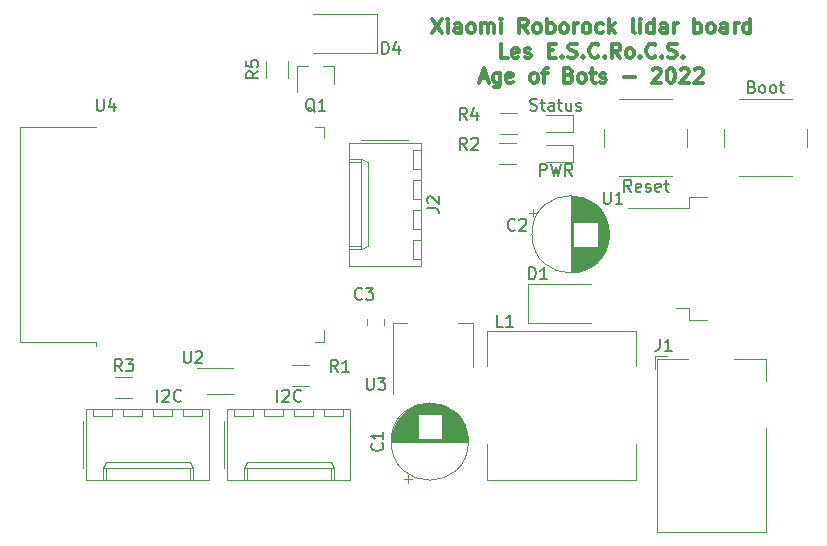
<source format=gbr>
%TF.GenerationSoftware,KiCad,Pcbnew,5.1.9+dfsg1-1*%
%TF.CreationDate,2021-11-11T20:26:25+01:00*%
%TF.ProjectId,lidar_board,6c696461-725f-4626-9f61-72642e6b6963,rev?*%
%TF.SameCoordinates,Original*%
%TF.FileFunction,Legend,Top*%
%TF.FilePolarity,Positive*%
%FSLAX46Y46*%
G04 Gerber Fmt 4.6, Leading zero omitted, Abs format (unit mm)*
G04 Created by KiCad (PCBNEW 5.1.9+dfsg1-1) date 2021-11-11 20:26:25*
%MOMM*%
%LPD*%
G01*
G04 APERTURE LIST*
%ADD10C,0.300000*%
%ADD11C,0.120000*%
%ADD12C,0.150000*%
G04 APERTURE END LIST*
D10*
X167590095Y-76490857D02*
X168423428Y-77690857D01*
X168423428Y-76490857D02*
X167590095Y-77690857D01*
X168899619Y-77690857D02*
X168899619Y-76890857D01*
X168899619Y-76490857D02*
X168840095Y-76548000D01*
X168899619Y-76605142D01*
X168959142Y-76548000D01*
X168899619Y-76490857D01*
X168899619Y-76605142D01*
X170030571Y-77690857D02*
X170030571Y-77062285D01*
X169971047Y-76948000D01*
X169851999Y-76890857D01*
X169613904Y-76890857D01*
X169494857Y-76948000D01*
X170030571Y-77633714D02*
X169911523Y-77690857D01*
X169613904Y-77690857D01*
X169494857Y-77633714D01*
X169435333Y-77519428D01*
X169435333Y-77405142D01*
X169494857Y-77290857D01*
X169613904Y-77233714D01*
X169911523Y-77233714D01*
X170030571Y-77176571D01*
X170804380Y-77690857D02*
X170685333Y-77633714D01*
X170625809Y-77576571D01*
X170566285Y-77462285D01*
X170566285Y-77119428D01*
X170625809Y-77005142D01*
X170685333Y-76948000D01*
X170804380Y-76890857D01*
X170982952Y-76890857D01*
X171101999Y-76948000D01*
X171161523Y-77005142D01*
X171221047Y-77119428D01*
X171221047Y-77462285D01*
X171161523Y-77576571D01*
X171101999Y-77633714D01*
X170982952Y-77690857D01*
X170804380Y-77690857D01*
X171756761Y-77690857D02*
X171756761Y-76890857D01*
X171756761Y-77005142D02*
X171816285Y-76948000D01*
X171935333Y-76890857D01*
X172113904Y-76890857D01*
X172232952Y-76948000D01*
X172292476Y-77062285D01*
X172292476Y-77690857D01*
X172292476Y-77062285D02*
X172351999Y-76948000D01*
X172471047Y-76890857D01*
X172649619Y-76890857D01*
X172768666Y-76948000D01*
X172828190Y-77062285D01*
X172828190Y-77690857D01*
X173423428Y-77690857D02*
X173423428Y-76890857D01*
X173423428Y-76490857D02*
X173363904Y-76548000D01*
X173423428Y-76605142D01*
X173482952Y-76548000D01*
X173423428Y-76490857D01*
X173423428Y-76605142D01*
X175685333Y-77690857D02*
X175268666Y-77119428D01*
X174971047Y-77690857D02*
X174971047Y-76490857D01*
X175447238Y-76490857D01*
X175566285Y-76548000D01*
X175625809Y-76605142D01*
X175685333Y-76719428D01*
X175685333Y-76890857D01*
X175625809Y-77005142D01*
X175566285Y-77062285D01*
X175447238Y-77119428D01*
X174971047Y-77119428D01*
X176399619Y-77690857D02*
X176280571Y-77633714D01*
X176221047Y-77576571D01*
X176161523Y-77462285D01*
X176161523Y-77119428D01*
X176221047Y-77005142D01*
X176280571Y-76948000D01*
X176399619Y-76890857D01*
X176578190Y-76890857D01*
X176697238Y-76948000D01*
X176756761Y-77005142D01*
X176816285Y-77119428D01*
X176816285Y-77462285D01*
X176756761Y-77576571D01*
X176697238Y-77633714D01*
X176578190Y-77690857D01*
X176399619Y-77690857D01*
X177351999Y-77690857D02*
X177351999Y-76490857D01*
X177351999Y-76948000D02*
X177471047Y-76890857D01*
X177709142Y-76890857D01*
X177828190Y-76948000D01*
X177887714Y-77005142D01*
X177947238Y-77119428D01*
X177947238Y-77462285D01*
X177887714Y-77576571D01*
X177828190Y-77633714D01*
X177709142Y-77690857D01*
X177471047Y-77690857D01*
X177351999Y-77633714D01*
X178661523Y-77690857D02*
X178542476Y-77633714D01*
X178482952Y-77576571D01*
X178423428Y-77462285D01*
X178423428Y-77119428D01*
X178482952Y-77005142D01*
X178542476Y-76948000D01*
X178661523Y-76890857D01*
X178840095Y-76890857D01*
X178959142Y-76948000D01*
X179018666Y-77005142D01*
X179078190Y-77119428D01*
X179078190Y-77462285D01*
X179018666Y-77576571D01*
X178959142Y-77633714D01*
X178840095Y-77690857D01*
X178661523Y-77690857D01*
X179613904Y-77690857D02*
X179613904Y-76890857D01*
X179613904Y-77119428D02*
X179673428Y-77005142D01*
X179732952Y-76948000D01*
X179851999Y-76890857D01*
X179971047Y-76890857D01*
X180566285Y-77690857D02*
X180447238Y-77633714D01*
X180387714Y-77576571D01*
X180328190Y-77462285D01*
X180328190Y-77119428D01*
X180387714Y-77005142D01*
X180447238Y-76948000D01*
X180566285Y-76890857D01*
X180744857Y-76890857D01*
X180863904Y-76948000D01*
X180923428Y-77005142D01*
X180982952Y-77119428D01*
X180982952Y-77462285D01*
X180923428Y-77576571D01*
X180863904Y-77633714D01*
X180744857Y-77690857D01*
X180566285Y-77690857D01*
X182054380Y-77633714D02*
X181935333Y-77690857D01*
X181697238Y-77690857D01*
X181578190Y-77633714D01*
X181518666Y-77576571D01*
X181459142Y-77462285D01*
X181459142Y-77119428D01*
X181518666Y-77005142D01*
X181578190Y-76948000D01*
X181697238Y-76890857D01*
X181935333Y-76890857D01*
X182054380Y-76948000D01*
X182590095Y-77690857D02*
X182590095Y-76490857D01*
X182709142Y-77233714D02*
X183066285Y-77690857D01*
X183066285Y-76890857D02*
X182590095Y-77348000D01*
X184732952Y-77690857D02*
X184613904Y-77633714D01*
X184554380Y-77519428D01*
X184554380Y-76490857D01*
X185209142Y-77690857D02*
X185209142Y-76890857D01*
X185209142Y-76490857D02*
X185149619Y-76548000D01*
X185209142Y-76605142D01*
X185268666Y-76548000D01*
X185209142Y-76490857D01*
X185209142Y-76605142D01*
X186340095Y-77690857D02*
X186340095Y-76490857D01*
X186340095Y-77633714D02*
X186221047Y-77690857D01*
X185982952Y-77690857D01*
X185863904Y-77633714D01*
X185804380Y-77576571D01*
X185744857Y-77462285D01*
X185744857Y-77119428D01*
X185804380Y-77005142D01*
X185863904Y-76948000D01*
X185982952Y-76890857D01*
X186221047Y-76890857D01*
X186340095Y-76948000D01*
X187471047Y-77690857D02*
X187471047Y-77062285D01*
X187411523Y-76948000D01*
X187292476Y-76890857D01*
X187054380Y-76890857D01*
X186935333Y-76948000D01*
X187471047Y-77633714D02*
X187351999Y-77690857D01*
X187054380Y-77690857D01*
X186935333Y-77633714D01*
X186875809Y-77519428D01*
X186875809Y-77405142D01*
X186935333Y-77290857D01*
X187054380Y-77233714D01*
X187351999Y-77233714D01*
X187471047Y-77176571D01*
X188066285Y-77690857D02*
X188066285Y-76890857D01*
X188066285Y-77119428D02*
X188125809Y-77005142D01*
X188185333Y-76948000D01*
X188304380Y-76890857D01*
X188423428Y-76890857D01*
X189792476Y-77690857D02*
X189792476Y-76490857D01*
X189792476Y-76948000D02*
X189911523Y-76890857D01*
X190149619Y-76890857D01*
X190268666Y-76948000D01*
X190328190Y-77005142D01*
X190387714Y-77119428D01*
X190387714Y-77462285D01*
X190328190Y-77576571D01*
X190268666Y-77633714D01*
X190149619Y-77690857D01*
X189911523Y-77690857D01*
X189792476Y-77633714D01*
X191101999Y-77690857D02*
X190982952Y-77633714D01*
X190923428Y-77576571D01*
X190863904Y-77462285D01*
X190863904Y-77119428D01*
X190923428Y-77005142D01*
X190982952Y-76948000D01*
X191101999Y-76890857D01*
X191280571Y-76890857D01*
X191399619Y-76948000D01*
X191459142Y-77005142D01*
X191518666Y-77119428D01*
X191518666Y-77462285D01*
X191459142Y-77576571D01*
X191399619Y-77633714D01*
X191280571Y-77690857D01*
X191101999Y-77690857D01*
X192590095Y-77690857D02*
X192590095Y-77062285D01*
X192530571Y-76948000D01*
X192411523Y-76890857D01*
X192173428Y-76890857D01*
X192054380Y-76948000D01*
X192590095Y-77633714D02*
X192471047Y-77690857D01*
X192173428Y-77690857D01*
X192054380Y-77633714D01*
X191994857Y-77519428D01*
X191994857Y-77405142D01*
X192054380Y-77290857D01*
X192173428Y-77233714D01*
X192471047Y-77233714D01*
X192590095Y-77176571D01*
X193185333Y-77690857D02*
X193185333Y-76890857D01*
X193185333Y-77119428D02*
X193244857Y-77005142D01*
X193304380Y-76948000D01*
X193423428Y-76890857D01*
X193542476Y-76890857D01*
X194494857Y-77690857D02*
X194494857Y-76490857D01*
X194494857Y-77633714D02*
X194375809Y-77690857D01*
X194137714Y-77690857D01*
X194018666Y-77633714D01*
X193959142Y-77576571D01*
X193899619Y-77462285D01*
X193899619Y-77119428D01*
X193959142Y-77005142D01*
X194018666Y-76948000D01*
X194137714Y-76890857D01*
X194375809Y-76890857D01*
X194494857Y-76948000D01*
X173988904Y-79790857D02*
X173393666Y-79790857D01*
X173393666Y-78590857D01*
X174881761Y-79733714D02*
X174762714Y-79790857D01*
X174524619Y-79790857D01*
X174405571Y-79733714D01*
X174346047Y-79619428D01*
X174346047Y-79162285D01*
X174405571Y-79048000D01*
X174524619Y-78990857D01*
X174762714Y-78990857D01*
X174881761Y-79048000D01*
X174941285Y-79162285D01*
X174941285Y-79276571D01*
X174346047Y-79390857D01*
X175417476Y-79733714D02*
X175536523Y-79790857D01*
X175774619Y-79790857D01*
X175893666Y-79733714D01*
X175953190Y-79619428D01*
X175953190Y-79562285D01*
X175893666Y-79448000D01*
X175774619Y-79390857D01*
X175596047Y-79390857D01*
X175477000Y-79333714D01*
X175417476Y-79219428D01*
X175417476Y-79162285D01*
X175477000Y-79048000D01*
X175596047Y-78990857D01*
X175774619Y-78990857D01*
X175893666Y-79048000D01*
X177441285Y-79162285D02*
X177857952Y-79162285D01*
X178036523Y-79790857D02*
X177441285Y-79790857D01*
X177441285Y-78590857D01*
X178036523Y-78590857D01*
X178572238Y-79676571D02*
X178631761Y-79733714D01*
X178572238Y-79790857D01*
X178512714Y-79733714D01*
X178572238Y-79676571D01*
X178572238Y-79790857D01*
X179107952Y-79733714D02*
X179286523Y-79790857D01*
X179584142Y-79790857D01*
X179703190Y-79733714D01*
X179762714Y-79676571D01*
X179822238Y-79562285D01*
X179822238Y-79448000D01*
X179762714Y-79333714D01*
X179703190Y-79276571D01*
X179584142Y-79219428D01*
X179346047Y-79162285D01*
X179227000Y-79105142D01*
X179167476Y-79048000D01*
X179107952Y-78933714D01*
X179107952Y-78819428D01*
X179167476Y-78705142D01*
X179227000Y-78648000D01*
X179346047Y-78590857D01*
X179643666Y-78590857D01*
X179822238Y-78648000D01*
X180357952Y-79676571D02*
X180417476Y-79733714D01*
X180357952Y-79790857D01*
X180298428Y-79733714D01*
X180357952Y-79676571D01*
X180357952Y-79790857D01*
X181667476Y-79676571D02*
X181607952Y-79733714D01*
X181429380Y-79790857D01*
X181310333Y-79790857D01*
X181131761Y-79733714D01*
X181012714Y-79619428D01*
X180953190Y-79505142D01*
X180893666Y-79276571D01*
X180893666Y-79105142D01*
X180953190Y-78876571D01*
X181012714Y-78762285D01*
X181131761Y-78648000D01*
X181310333Y-78590857D01*
X181429380Y-78590857D01*
X181607952Y-78648000D01*
X181667476Y-78705142D01*
X182203190Y-79676571D02*
X182262714Y-79733714D01*
X182203190Y-79790857D01*
X182143666Y-79733714D01*
X182203190Y-79676571D01*
X182203190Y-79790857D01*
X183512714Y-79790857D02*
X183096047Y-79219428D01*
X182798428Y-79790857D02*
X182798428Y-78590857D01*
X183274619Y-78590857D01*
X183393666Y-78648000D01*
X183453190Y-78705142D01*
X183512714Y-78819428D01*
X183512714Y-78990857D01*
X183453190Y-79105142D01*
X183393666Y-79162285D01*
X183274619Y-79219428D01*
X182798428Y-79219428D01*
X184227000Y-79790857D02*
X184107952Y-79733714D01*
X184048428Y-79676571D01*
X183988904Y-79562285D01*
X183988904Y-79219428D01*
X184048428Y-79105142D01*
X184107952Y-79048000D01*
X184227000Y-78990857D01*
X184405571Y-78990857D01*
X184524619Y-79048000D01*
X184584142Y-79105142D01*
X184643666Y-79219428D01*
X184643666Y-79562285D01*
X184584142Y-79676571D01*
X184524619Y-79733714D01*
X184405571Y-79790857D01*
X184227000Y-79790857D01*
X185179380Y-79676571D02*
X185238904Y-79733714D01*
X185179380Y-79790857D01*
X185119857Y-79733714D01*
X185179380Y-79676571D01*
X185179380Y-79790857D01*
X186488904Y-79676571D02*
X186429380Y-79733714D01*
X186250809Y-79790857D01*
X186131761Y-79790857D01*
X185953190Y-79733714D01*
X185834142Y-79619428D01*
X185774619Y-79505142D01*
X185715095Y-79276571D01*
X185715095Y-79105142D01*
X185774619Y-78876571D01*
X185834142Y-78762285D01*
X185953190Y-78648000D01*
X186131761Y-78590857D01*
X186250809Y-78590857D01*
X186429380Y-78648000D01*
X186488904Y-78705142D01*
X187024619Y-79676571D02*
X187084142Y-79733714D01*
X187024619Y-79790857D01*
X186965095Y-79733714D01*
X187024619Y-79676571D01*
X187024619Y-79790857D01*
X187560333Y-79733714D02*
X187738904Y-79790857D01*
X188036523Y-79790857D01*
X188155571Y-79733714D01*
X188215095Y-79676571D01*
X188274619Y-79562285D01*
X188274619Y-79448000D01*
X188215095Y-79333714D01*
X188155571Y-79276571D01*
X188036523Y-79219428D01*
X187798428Y-79162285D01*
X187679380Y-79105142D01*
X187619857Y-79048000D01*
X187560333Y-78933714D01*
X187560333Y-78819428D01*
X187619857Y-78705142D01*
X187679380Y-78648000D01*
X187798428Y-78590857D01*
X188096047Y-78590857D01*
X188274619Y-78648000D01*
X188810333Y-79676571D02*
X188869857Y-79733714D01*
X188810333Y-79790857D01*
X188750809Y-79733714D01*
X188810333Y-79676571D01*
X188810333Y-79790857D01*
X171667476Y-81548000D02*
X172262714Y-81548000D01*
X171548428Y-81890857D02*
X171965095Y-80690857D01*
X172381761Y-81890857D01*
X173334142Y-81090857D02*
X173334142Y-82062285D01*
X173274619Y-82176571D01*
X173215095Y-82233714D01*
X173096047Y-82290857D01*
X172917476Y-82290857D01*
X172798428Y-82233714D01*
X173334142Y-81833714D02*
X173215095Y-81890857D01*
X172977000Y-81890857D01*
X172857952Y-81833714D01*
X172798428Y-81776571D01*
X172738904Y-81662285D01*
X172738904Y-81319428D01*
X172798428Y-81205142D01*
X172857952Y-81148000D01*
X172977000Y-81090857D01*
X173215095Y-81090857D01*
X173334142Y-81148000D01*
X174405571Y-81833714D02*
X174286523Y-81890857D01*
X174048428Y-81890857D01*
X173929380Y-81833714D01*
X173869857Y-81719428D01*
X173869857Y-81262285D01*
X173929380Y-81148000D01*
X174048428Y-81090857D01*
X174286523Y-81090857D01*
X174405571Y-81148000D01*
X174465095Y-81262285D01*
X174465095Y-81376571D01*
X173869857Y-81490857D01*
X176131761Y-81890857D02*
X176012714Y-81833714D01*
X175953190Y-81776571D01*
X175893666Y-81662285D01*
X175893666Y-81319428D01*
X175953190Y-81205142D01*
X176012714Y-81148000D01*
X176131761Y-81090857D01*
X176310333Y-81090857D01*
X176429380Y-81148000D01*
X176488904Y-81205142D01*
X176548428Y-81319428D01*
X176548428Y-81662285D01*
X176488904Y-81776571D01*
X176429380Y-81833714D01*
X176310333Y-81890857D01*
X176131761Y-81890857D01*
X176905571Y-81090857D02*
X177381761Y-81090857D01*
X177084142Y-81890857D02*
X177084142Y-80862285D01*
X177143666Y-80748000D01*
X177262714Y-80690857D01*
X177381761Y-80690857D01*
X179167476Y-81262285D02*
X179346047Y-81319428D01*
X179405571Y-81376571D01*
X179465095Y-81490857D01*
X179465095Y-81662285D01*
X179405571Y-81776571D01*
X179346047Y-81833714D01*
X179227000Y-81890857D01*
X178750809Y-81890857D01*
X178750809Y-80690857D01*
X179167476Y-80690857D01*
X179286523Y-80748000D01*
X179346047Y-80805142D01*
X179405571Y-80919428D01*
X179405571Y-81033714D01*
X179346047Y-81148000D01*
X179286523Y-81205142D01*
X179167476Y-81262285D01*
X178750809Y-81262285D01*
X180179380Y-81890857D02*
X180060333Y-81833714D01*
X180000809Y-81776571D01*
X179941285Y-81662285D01*
X179941285Y-81319428D01*
X180000809Y-81205142D01*
X180060333Y-81148000D01*
X180179380Y-81090857D01*
X180357952Y-81090857D01*
X180477000Y-81148000D01*
X180536523Y-81205142D01*
X180596047Y-81319428D01*
X180596047Y-81662285D01*
X180536523Y-81776571D01*
X180477000Y-81833714D01*
X180357952Y-81890857D01*
X180179380Y-81890857D01*
X180953190Y-81090857D02*
X181429380Y-81090857D01*
X181131761Y-80690857D02*
X181131761Y-81719428D01*
X181191285Y-81833714D01*
X181310333Y-81890857D01*
X181429380Y-81890857D01*
X181786523Y-81833714D02*
X181905571Y-81890857D01*
X182143666Y-81890857D01*
X182262714Y-81833714D01*
X182322238Y-81719428D01*
X182322238Y-81662285D01*
X182262714Y-81548000D01*
X182143666Y-81490857D01*
X181965095Y-81490857D01*
X181846047Y-81433714D01*
X181786523Y-81319428D01*
X181786523Y-81262285D01*
X181846047Y-81148000D01*
X181965095Y-81090857D01*
X182143666Y-81090857D01*
X182262714Y-81148000D01*
X183810333Y-81433714D02*
X184762714Y-81433714D01*
X186250809Y-80805142D02*
X186310333Y-80748000D01*
X186429380Y-80690857D01*
X186727000Y-80690857D01*
X186846047Y-80748000D01*
X186905571Y-80805142D01*
X186965095Y-80919428D01*
X186965095Y-81033714D01*
X186905571Y-81205142D01*
X186191285Y-81890857D01*
X186965095Y-81890857D01*
X187738904Y-80690857D02*
X187857952Y-80690857D01*
X187977000Y-80748000D01*
X188036523Y-80805142D01*
X188096047Y-80919428D01*
X188155571Y-81148000D01*
X188155571Y-81433714D01*
X188096047Y-81662285D01*
X188036523Y-81776571D01*
X187977000Y-81833714D01*
X187857952Y-81890857D01*
X187738904Y-81890857D01*
X187619857Y-81833714D01*
X187560333Y-81776571D01*
X187500809Y-81662285D01*
X187441285Y-81433714D01*
X187441285Y-81148000D01*
X187500809Y-80919428D01*
X187560333Y-80805142D01*
X187619857Y-80748000D01*
X187738904Y-80690857D01*
X188631761Y-80805142D02*
X188691285Y-80748000D01*
X188810333Y-80690857D01*
X189107952Y-80690857D01*
X189227000Y-80748000D01*
X189286523Y-80805142D01*
X189346047Y-80919428D01*
X189346047Y-81033714D01*
X189286523Y-81205142D01*
X188572238Y-81890857D01*
X189346047Y-81890857D01*
X189822238Y-80805142D02*
X189881761Y-80748000D01*
X190000809Y-80690857D01*
X190298428Y-80690857D01*
X190417476Y-80748000D01*
X190477000Y-80805142D01*
X190536523Y-80919428D01*
X190536523Y-81033714D01*
X190477000Y-81205142D01*
X189762714Y-81890857D01*
X190536523Y-81890857D01*
D11*
%TO.C,C1*%
X165232000Y-115473241D02*
X165862000Y-115473241D01*
X165547000Y-115788241D02*
X165547000Y-115158241D01*
X166984000Y-109047000D02*
X167788000Y-109047000D01*
X166753000Y-109087000D02*
X168019000Y-109087000D01*
X166584000Y-109127000D02*
X168188000Y-109127000D01*
X166446000Y-109167000D02*
X168326000Y-109167000D01*
X166327000Y-109207000D02*
X168445000Y-109207000D01*
X166221000Y-109247000D02*
X168551000Y-109247000D01*
X166124000Y-109287000D02*
X168648000Y-109287000D01*
X166036000Y-109327000D02*
X168736000Y-109327000D01*
X165954000Y-109367000D02*
X168818000Y-109367000D01*
X165877000Y-109407000D02*
X168895000Y-109407000D01*
X165805000Y-109447000D02*
X168967000Y-109447000D01*
X165736000Y-109487000D02*
X169036000Y-109487000D01*
X165672000Y-109527000D02*
X169100000Y-109527000D01*
X165610000Y-109567000D02*
X169162000Y-109567000D01*
X165552000Y-109607000D02*
X169220000Y-109607000D01*
X165496000Y-109647000D02*
X169276000Y-109647000D01*
X165442000Y-109687000D02*
X169330000Y-109687000D01*
X165391000Y-109727000D02*
X169381000Y-109727000D01*
X165342000Y-109767000D02*
X169430000Y-109767000D01*
X165294000Y-109807000D02*
X169478000Y-109807000D01*
X165249000Y-109847000D02*
X169523000Y-109847000D01*
X165204000Y-109887000D02*
X169568000Y-109887000D01*
X165162000Y-109927000D02*
X169610000Y-109927000D01*
X165121000Y-109967000D02*
X169651000Y-109967000D01*
X168426000Y-110007000D02*
X169691000Y-110007000D01*
X165081000Y-110007000D02*
X166346000Y-110007000D01*
X168426000Y-110047000D02*
X169729000Y-110047000D01*
X165043000Y-110047000D02*
X166346000Y-110047000D01*
X168426000Y-110087000D02*
X169766000Y-110087000D01*
X165006000Y-110087000D02*
X166346000Y-110087000D01*
X168426000Y-110127000D02*
X169802000Y-110127000D01*
X164970000Y-110127000D02*
X166346000Y-110127000D01*
X168426000Y-110167000D02*
X169836000Y-110167000D01*
X164936000Y-110167000D02*
X166346000Y-110167000D01*
X168426000Y-110207000D02*
X169870000Y-110207000D01*
X164902000Y-110207000D02*
X166346000Y-110207000D01*
X168426000Y-110247000D02*
X169902000Y-110247000D01*
X164870000Y-110247000D02*
X166346000Y-110247000D01*
X168426000Y-110287000D02*
X169934000Y-110287000D01*
X164838000Y-110287000D02*
X166346000Y-110287000D01*
X168426000Y-110327000D02*
X169964000Y-110327000D01*
X164808000Y-110327000D02*
X166346000Y-110327000D01*
X168426000Y-110367000D02*
X169993000Y-110367000D01*
X164779000Y-110367000D02*
X166346000Y-110367000D01*
X168426000Y-110407000D02*
X170022000Y-110407000D01*
X164750000Y-110407000D02*
X166346000Y-110407000D01*
X168426000Y-110447000D02*
X170050000Y-110447000D01*
X164722000Y-110447000D02*
X166346000Y-110447000D01*
X168426000Y-110487000D02*
X170076000Y-110487000D01*
X164696000Y-110487000D02*
X166346000Y-110487000D01*
X168426000Y-110527000D02*
X170102000Y-110527000D01*
X164670000Y-110527000D02*
X166346000Y-110527000D01*
X168426000Y-110567000D02*
X170128000Y-110567000D01*
X164644000Y-110567000D02*
X166346000Y-110567000D01*
X168426000Y-110607000D02*
X170152000Y-110607000D01*
X164620000Y-110607000D02*
X166346000Y-110607000D01*
X168426000Y-110647000D02*
X170176000Y-110647000D01*
X164596000Y-110647000D02*
X166346000Y-110647000D01*
X168426000Y-110687000D02*
X170198000Y-110687000D01*
X164574000Y-110687000D02*
X166346000Y-110687000D01*
X168426000Y-110727000D02*
X170220000Y-110727000D01*
X164552000Y-110727000D02*
X166346000Y-110727000D01*
X168426000Y-110767000D02*
X170242000Y-110767000D01*
X164530000Y-110767000D02*
X166346000Y-110767000D01*
X168426000Y-110807000D02*
X170262000Y-110807000D01*
X164510000Y-110807000D02*
X166346000Y-110807000D01*
X168426000Y-110847000D02*
X170282000Y-110847000D01*
X164490000Y-110847000D02*
X166346000Y-110847000D01*
X168426000Y-110887000D02*
X170302000Y-110887000D01*
X164470000Y-110887000D02*
X166346000Y-110887000D01*
X168426000Y-110927000D02*
X170320000Y-110927000D01*
X164452000Y-110927000D02*
X166346000Y-110927000D01*
X168426000Y-110967000D02*
X170338000Y-110967000D01*
X164434000Y-110967000D02*
X166346000Y-110967000D01*
X168426000Y-111007000D02*
X170356000Y-111007000D01*
X164416000Y-111007000D02*
X166346000Y-111007000D01*
X168426000Y-111047000D02*
X170372000Y-111047000D01*
X164400000Y-111047000D02*
X166346000Y-111047000D01*
X168426000Y-111087000D02*
X170388000Y-111087000D01*
X164384000Y-111087000D02*
X166346000Y-111087000D01*
X168426000Y-111127000D02*
X170404000Y-111127000D01*
X164368000Y-111127000D02*
X166346000Y-111127000D01*
X168426000Y-111167000D02*
X170419000Y-111167000D01*
X164353000Y-111167000D02*
X166346000Y-111167000D01*
X168426000Y-111207000D02*
X170433000Y-111207000D01*
X164339000Y-111207000D02*
X166346000Y-111207000D01*
X168426000Y-111247000D02*
X170447000Y-111247000D01*
X164325000Y-111247000D02*
X166346000Y-111247000D01*
X168426000Y-111287000D02*
X170460000Y-111287000D01*
X164312000Y-111287000D02*
X166346000Y-111287000D01*
X168426000Y-111327000D02*
X170472000Y-111327000D01*
X164300000Y-111327000D02*
X166346000Y-111327000D01*
X168426000Y-111367000D02*
X170484000Y-111367000D01*
X164288000Y-111367000D02*
X166346000Y-111367000D01*
X168426000Y-111407000D02*
X170496000Y-111407000D01*
X164276000Y-111407000D02*
X166346000Y-111407000D01*
X168426000Y-111447000D02*
X170507000Y-111447000D01*
X164265000Y-111447000D02*
X166346000Y-111447000D01*
X168426000Y-111487000D02*
X170517000Y-111487000D01*
X164255000Y-111487000D02*
X166346000Y-111487000D01*
X168426000Y-111527000D02*
X170527000Y-111527000D01*
X164245000Y-111527000D02*
X166346000Y-111527000D01*
X168426000Y-111567000D02*
X170536000Y-111567000D01*
X164236000Y-111567000D02*
X166346000Y-111567000D01*
X168426000Y-111608000D02*
X170545000Y-111608000D01*
X164227000Y-111608000D02*
X166346000Y-111608000D01*
X168426000Y-111648000D02*
X170553000Y-111648000D01*
X164219000Y-111648000D02*
X166346000Y-111648000D01*
X168426000Y-111688000D02*
X170561000Y-111688000D01*
X164211000Y-111688000D02*
X166346000Y-111688000D01*
X168426000Y-111728000D02*
X170568000Y-111728000D01*
X164204000Y-111728000D02*
X166346000Y-111728000D01*
X168426000Y-111768000D02*
X170575000Y-111768000D01*
X164197000Y-111768000D02*
X166346000Y-111768000D01*
X168426000Y-111808000D02*
X170581000Y-111808000D01*
X164191000Y-111808000D02*
X166346000Y-111808000D01*
X168426000Y-111848000D02*
X170587000Y-111848000D01*
X164185000Y-111848000D02*
X166346000Y-111848000D01*
X168426000Y-111888000D02*
X170592000Y-111888000D01*
X164180000Y-111888000D02*
X166346000Y-111888000D01*
X168426000Y-111928000D02*
X170597000Y-111928000D01*
X164175000Y-111928000D02*
X166346000Y-111928000D01*
X168426000Y-111968000D02*
X170601000Y-111968000D01*
X164171000Y-111968000D02*
X166346000Y-111968000D01*
X168426000Y-112008000D02*
X170604000Y-112008000D01*
X164168000Y-112008000D02*
X166346000Y-112008000D01*
X168426000Y-112048000D02*
X170608000Y-112048000D01*
X164164000Y-112048000D02*
X166346000Y-112048000D01*
X164162000Y-112088000D02*
X170610000Y-112088000D01*
X164159000Y-112128000D02*
X170613000Y-112128000D01*
X164158000Y-112168000D02*
X170614000Y-112168000D01*
X164156000Y-112208000D02*
X170616000Y-112208000D01*
X164156000Y-112248000D02*
X170616000Y-112248000D01*
X164156000Y-112288000D02*
X170616000Y-112288000D01*
X170656000Y-112288000D02*
G75*
G03*
X170656000Y-112288000I-3270000J0D01*
G01*
%TO.C,C2*%
X182574000Y-94742000D02*
G75*
G03*
X182574000Y-94742000I-3270000J0D01*
G01*
X179304000Y-91512000D02*
X179304000Y-97972000D01*
X179344000Y-91512000D02*
X179344000Y-97972000D01*
X179384000Y-91512000D02*
X179384000Y-97972000D01*
X179424000Y-91514000D02*
X179424000Y-97970000D01*
X179464000Y-91515000D02*
X179464000Y-97969000D01*
X179504000Y-91518000D02*
X179504000Y-97966000D01*
X179544000Y-91520000D02*
X179544000Y-93702000D01*
X179544000Y-95782000D02*
X179544000Y-97964000D01*
X179584000Y-91524000D02*
X179584000Y-93702000D01*
X179584000Y-95782000D02*
X179584000Y-97960000D01*
X179624000Y-91527000D02*
X179624000Y-93702000D01*
X179624000Y-95782000D02*
X179624000Y-97957000D01*
X179664000Y-91531000D02*
X179664000Y-93702000D01*
X179664000Y-95782000D02*
X179664000Y-97953000D01*
X179704000Y-91536000D02*
X179704000Y-93702000D01*
X179704000Y-95782000D02*
X179704000Y-97948000D01*
X179744000Y-91541000D02*
X179744000Y-93702000D01*
X179744000Y-95782000D02*
X179744000Y-97943000D01*
X179784000Y-91547000D02*
X179784000Y-93702000D01*
X179784000Y-95782000D02*
X179784000Y-97937000D01*
X179824000Y-91553000D02*
X179824000Y-93702000D01*
X179824000Y-95782000D02*
X179824000Y-97931000D01*
X179864000Y-91560000D02*
X179864000Y-93702000D01*
X179864000Y-95782000D02*
X179864000Y-97924000D01*
X179904000Y-91567000D02*
X179904000Y-93702000D01*
X179904000Y-95782000D02*
X179904000Y-97917000D01*
X179944000Y-91575000D02*
X179944000Y-93702000D01*
X179944000Y-95782000D02*
X179944000Y-97909000D01*
X179984000Y-91583000D02*
X179984000Y-93702000D01*
X179984000Y-95782000D02*
X179984000Y-97901000D01*
X180025000Y-91592000D02*
X180025000Y-93702000D01*
X180025000Y-95782000D02*
X180025000Y-97892000D01*
X180065000Y-91601000D02*
X180065000Y-93702000D01*
X180065000Y-95782000D02*
X180065000Y-97883000D01*
X180105000Y-91611000D02*
X180105000Y-93702000D01*
X180105000Y-95782000D02*
X180105000Y-97873000D01*
X180145000Y-91621000D02*
X180145000Y-93702000D01*
X180145000Y-95782000D02*
X180145000Y-97863000D01*
X180185000Y-91632000D02*
X180185000Y-93702000D01*
X180185000Y-95782000D02*
X180185000Y-97852000D01*
X180225000Y-91644000D02*
X180225000Y-93702000D01*
X180225000Y-95782000D02*
X180225000Y-97840000D01*
X180265000Y-91656000D02*
X180265000Y-93702000D01*
X180265000Y-95782000D02*
X180265000Y-97828000D01*
X180305000Y-91668000D02*
X180305000Y-93702000D01*
X180305000Y-95782000D02*
X180305000Y-97816000D01*
X180345000Y-91681000D02*
X180345000Y-93702000D01*
X180345000Y-95782000D02*
X180345000Y-97803000D01*
X180385000Y-91695000D02*
X180385000Y-93702000D01*
X180385000Y-95782000D02*
X180385000Y-97789000D01*
X180425000Y-91709000D02*
X180425000Y-93702000D01*
X180425000Y-95782000D02*
X180425000Y-97775000D01*
X180465000Y-91724000D02*
X180465000Y-93702000D01*
X180465000Y-95782000D02*
X180465000Y-97760000D01*
X180505000Y-91740000D02*
X180505000Y-93702000D01*
X180505000Y-95782000D02*
X180505000Y-97744000D01*
X180545000Y-91756000D02*
X180545000Y-93702000D01*
X180545000Y-95782000D02*
X180545000Y-97728000D01*
X180585000Y-91772000D02*
X180585000Y-93702000D01*
X180585000Y-95782000D02*
X180585000Y-97712000D01*
X180625000Y-91790000D02*
X180625000Y-93702000D01*
X180625000Y-95782000D02*
X180625000Y-97694000D01*
X180665000Y-91808000D02*
X180665000Y-93702000D01*
X180665000Y-95782000D02*
X180665000Y-97676000D01*
X180705000Y-91826000D02*
X180705000Y-93702000D01*
X180705000Y-95782000D02*
X180705000Y-97658000D01*
X180745000Y-91846000D02*
X180745000Y-93702000D01*
X180745000Y-95782000D02*
X180745000Y-97638000D01*
X180785000Y-91866000D02*
X180785000Y-93702000D01*
X180785000Y-95782000D02*
X180785000Y-97618000D01*
X180825000Y-91886000D02*
X180825000Y-93702000D01*
X180825000Y-95782000D02*
X180825000Y-97598000D01*
X180865000Y-91908000D02*
X180865000Y-93702000D01*
X180865000Y-95782000D02*
X180865000Y-97576000D01*
X180905000Y-91930000D02*
X180905000Y-93702000D01*
X180905000Y-95782000D02*
X180905000Y-97554000D01*
X180945000Y-91952000D02*
X180945000Y-93702000D01*
X180945000Y-95782000D02*
X180945000Y-97532000D01*
X180985000Y-91976000D02*
X180985000Y-93702000D01*
X180985000Y-95782000D02*
X180985000Y-97508000D01*
X181025000Y-92000000D02*
X181025000Y-93702000D01*
X181025000Y-95782000D02*
X181025000Y-97484000D01*
X181065000Y-92026000D02*
X181065000Y-93702000D01*
X181065000Y-95782000D02*
X181065000Y-97458000D01*
X181105000Y-92052000D02*
X181105000Y-93702000D01*
X181105000Y-95782000D02*
X181105000Y-97432000D01*
X181145000Y-92078000D02*
X181145000Y-93702000D01*
X181145000Y-95782000D02*
X181145000Y-97406000D01*
X181185000Y-92106000D02*
X181185000Y-93702000D01*
X181185000Y-95782000D02*
X181185000Y-97378000D01*
X181225000Y-92135000D02*
X181225000Y-93702000D01*
X181225000Y-95782000D02*
X181225000Y-97349000D01*
X181265000Y-92164000D02*
X181265000Y-93702000D01*
X181265000Y-95782000D02*
X181265000Y-97320000D01*
X181305000Y-92194000D02*
X181305000Y-93702000D01*
X181305000Y-95782000D02*
X181305000Y-97290000D01*
X181345000Y-92226000D02*
X181345000Y-93702000D01*
X181345000Y-95782000D02*
X181345000Y-97258000D01*
X181385000Y-92258000D02*
X181385000Y-93702000D01*
X181385000Y-95782000D02*
X181385000Y-97226000D01*
X181425000Y-92292000D02*
X181425000Y-93702000D01*
X181425000Y-95782000D02*
X181425000Y-97192000D01*
X181465000Y-92326000D02*
X181465000Y-93702000D01*
X181465000Y-95782000D02*
X181465000Y-97158000D01*
X181505000Y-92362000D02*
X181505000Y-93702000D01*
X181505000Y-95782000D02*
X181505000Y-97122000D01*
X181545000Y-92399000D02*
X181545000Y-93702000D01*
X181545000Y-95782000D02*
X181545000Y-97085000D01*
X181585000Y-92437000D02*
X181585000Y-93702000D01*
X181585000Y-95782000D02*
X181585000Y-97047000D01*
X181625000Y-92477000D02*
X181625000Y-97007000D01*
X181665000Y-92518000D02*
X181665000Y-96966000D01*
X181705000Y-92560000D02*
X181705000Y-96924000D01*
X181745000Y-92605000D02*
X181745000Y-96879000D01*
X181785000Y-92650000D02*
X181785000Y-96834000D01*
X181825000Y-92698000D02*
X181825000Y-96786000D01*
X181865000Y-92747000D02*
X181865000Y-96737000D01*
X181905000Y-92798000D02*
X181905000Y-96686000D01*
X181945000Y-92852000D02*
X181945000Y-96632000D01*
X181985000Y-92908000D02*
X181985000Y-96576000D01*
X182025000Y-92966000D02*
X182025000Y-96518000D01*
X182065000Y-93028000D02*
X182065000Y-96456000D01*
X182105000Y-93092000D02*
X182105000Y-96392000D01*
X182145000Y-93161000D02*
X182145000Y-96323000D01*
X182185000Y-93233000D02*
X182185000Y-96251000D01*
X182225000Y-93310000D02*
X182225000Y-96174000D01*
X182265000Y-93392000D02*
X182265000Y-96092000D01*
X182305000Y-93480000D02*
X182305000Y-96004000D01*
X182345000Y-93577000D02*
X182345000Y-95907000D01*
X182385000Y-93683000D02*
X182385000Y-95801000D01*
X182425000Y-93802000D02*
X182425000Y-95682000D01*
X182465000Y-93940000D02*
X182465000Y-95544000D01*
X182505000Y-94109000D02*
X182505000Y-95375000D01*
X182545000Y-94340000D02*
X182545000Y-95144000D01*
X175803759Y-92903000D02*
X176433759Y-92903000D01*
X176118759Y-92588000D02*
X176118759Y-93218000D01*
%TO.C,C3*%
X163549000Y-101912748D02*
X163549000Y-102435252D01*
X162079000Y-101912748D02*
X162079000Y-102435252D01*
%TO.C,D1*%
X175670000Y-98934000D02*
X181070000Y-98934000D01*
X175670000Y-102234000D02*
X181070000Y-102234000D01*
X175670000Y-98934000D02*
X175670000Y-102234000D01*
%TO.C,PWR*%
X179539000Y-87149000D02*
X177254000Y-87149000D01*
X179539000Y-88619000D02*
X179539000Y-87149000D01*
X177254000Y-88619000D02*
X179539000Y-88619000D01*
%TO.C,Status*%
X177254000Y-86079000D02*
X179539000Y-86079000D01*
X179539000Y-86079000D02*
X179539000Y-84609000D01*
X179539000Y-84609000D02*
X177254000Y-84609000D01*
%TO.C,D4*%
X162912000Y-79374000D02*
X162912000Y-76074000D01*
X162912000Y-76074000D02*
X157512000Y-76074000D01*
X162912000Y-79374000D02*
X157512000Y-79374000D01*
%TO.C,J1*%
X187512000Y-105072000D02*
X186462000Y-105072000D01*
X186462000Y-106122000D02*
X186462000Y-105072000D01*
X195862000Y-111172000D02*
X195862000Y-119972000D01*
X195862000Y-119972000D02*
X186662000Y-119972000D01*
X193162000Y-105272000D02*
X195862000Y-105272000D01*
X195862000Y-105272000D02*
X195862000Y-107172000D01*
X186662000Y-119972000D02*
X186662000Y-105272000D01*
X186662000Y-105272000D02*
X189262000Y-105272000D01*
%TO.C,J2*%
X166006000Y-96812000D02*
X166606000Y-96812000D01*
X166006000Y-95212000D02*
X166006000Y-96812000D01*
X166606000Y-95212000D02*
X166006000Y-95212000D01*
X166006000Y-94272000D02*
X166606000Y-94272000D01*
X166006000Y-92672000D02*
X166006000Y-94272000D01*
X166606000Y-92672000D02*
X166006000Y-92672000D01*
X166006000Y-91732000D02*
X166606000Y-91732000D01*
X166006000Y-90132000D02*
X166006000Y-91732000D01*
X166606000Y-90132000D02*
X166006000Y-90132000D01*
X166006000Y-89192000D02*
X166606000Y-89192000D01*
X166006000Y-87592000D02*
X166006000Y-89192000D01*
X166606000Y-87592000D02*
X166006000Y-87592000D01*
X160586000Y-95762000D02*
X161586000Y-95762000D01*
X160586000Y-88642000D02*
X161586000Y-88642000D01*
X162116000Y-95762000D02*
X161586000Y-96012000D01*
X162116000Y-88642000D02*
X162116000Y-95762000D01*
X161586000Y-88392000D02*
X162116000Y-88642000D01*
X161586000Y-96012000D02*
X160586000Y-96012000D01*
X161586000Y-88392000D02*
X161586000Y-96012000D01*
X160586000Y-88392000D02*
X161586000Y-88392000D01*
X165576000Y-86722000D02*
X161576000Y-86722000D01*
X166606000Y-97392000D02*
X166606000Y-87012000D01*
X160586000Y-97392000D02*
X166606000Y-97392000D01*
X160586000Y-87012000D02*
X160586000Y-97392000D01*
X166606000Y-87012000D02*
X160586000Y-87012000D01*
%TO.C,I2C*%
X150258000Y-109492000D02*
X150258000Y-115512000D01*
X150258000Y-115512000D02*
X160638000Y-115512000D01*
X160638000Y-115512000D02*
X160638000Y-109492000D01*
X160638000Y-109492000D02*
X150258000Y-109492000D01*
X149968000Y-110522000D02*
X149968000Y-114522000D01*
X151638000Y-115512000D02*
X151638000Y-114512000D01*
X151638000Y-114512000D02*
X159258000Y-114512000D01*
X159258000Y-114512000D02*
X159258000Y-115512000D01*
X151638000Y-114512000D02*
X151888000Y-113982000D01*
X151888000Y-113982000D02*
X159008000Y-113982000D01*
X159008000Y-113982000D02*
X159258000Y-114512000D01*
X151888000Y-115512000D02*
X151888000Y-114512000D01*
X159008000Y-115512000D02*
X159008000Y-114512000D01*
X150838000Y-109492000D02*
X150838000Y-110092000D01*
X150838000Y-110092000D02*
X152438000Y-110092000D01*
X152438000Y-110092000D02*
X152438000Y-109492000D01*
X153378000Y-109492000D02*
X153378000Y-110092000D01*
X153378000Y-110092000D02*
X154978000Y-110092000D01*
X154978000Y-110092000D02*
X154978000Y-109492000D01*
X155918000Y-109492000D02*
X155918000Y-110092000D01*
X155918000Y-110092000D02*
X157518000Y-110092000D01*
X157518000Y-110092000D02*
X157518000Y-109492000D01*
X158458000Y-109492000D02*
X158458000Y-110092000D01*
X158458000Y-110092000D02*
X160058000Y-110092000D01*
X160058000Y-110092000D02*
X160058000Y-109492000D01*
X138320000Y-109492000D02*
X138320000Y-115512000D01*
X138320000Y-115512000D02*
X148700000Y-115512000D01*
X148700000Y-115512000D02*
X148700000Y-109492000D01*
X148700000Y-109492000D02*
X138320000Y-109492000D01*
X138030000Y-110522000D02*
X138030000Y-114522000D01*
X139700000Y-115512000D02*
X139700000Y-114512000D01*
X139700000Y-114512000D02*
X147320000Y-114512000D01*
X147320000Y-114512000D02*
X147320000Y-115512000D01*
X139700000Y-114512000D02*
X139950000Y-113982000D01*
X139950000Y-113982000D02*
X147070000Y-113982000D01*
X147070000Y-113982000D02*
X147320000Y-114512000D01*
X139950000Y-115512000D02*
X139950000Y-114512000D01*
X147070000Y-115512000D02*
X147070000Y-114512000D01*
X138900000Y-109492000D02*
X138900000Y-110092000D01*
X138900000Y-110092000D02*
X140500000Y-110092000D01*
X140500000Y-110092000D02*
X140500000Y-109492000D01*
X141440000Y-109492000D02*
X141440000Y-110092000D01*
X141440000Y-110092000D02*
X143040000Y-110092000D01*
X143040000Y-110092000D02*
X143040000Y-109492000D01*
X143980000Y-109492000D02*
X143980000Y-110092000D01*
X143980000Y-110092000D02*
X145580000Y-110092000D01*
X145580000Y-110092000D02*
X145580000Y-109492000D01*
X146520000Y-109492000D02*
X146520000Y-110092000D01*
X146520000Y-110092000D02*
X148120000Y-110092000D01*
X148120000Y-110092000D02*
X148120000Y-109492000D01*
%TO.C,L1*%
X184862000Y-112520000D02*
X184862000Y-115520000D01*
X184862000Y-115520000D02*
X172262000Y-115520000D01*
X172262000Y-115520000D02*
X172262000Y-112520000D01*
X172262000Y-105920000D02*
X172262000Y-102920000D01*
X172262000Y-102920000D02*
X184862000Y-102920000D01*
X184862000Y-102920000D02*
X184862000Y-105920000D01*
%TO.C,Q1*%
X159314000Y-80520000D02*
X158384000Y-80520000D01*
X156154000Y-80520000D02*
X157084000Y-80520000D01*
X156154000Y-80520000D02*
X156154000Y-82680000D01*
X159314000Y-80520000D02*
X159314000Y-81980000D01*
%TO.C,R1*%
X157191064Y-107590000D02*
X155736936Y-107590000D01*
X157191064Y-105770000D02*
X155736936Y-105770000D01*
%TO.C,R2*%
X173262936Y-88794000D02*
X174717064Y-88794000D01*
X173262936Y-86974000D02*
X174717064Y-86974000D01*
%TO.C,R3*%
X140750936Y-108606000D02*
X142205064Y-108606000D01*
X140750936Y-106786000D02*
X142205064Y-106786000D01*
%TO.C,R4*%
X173330937Y-84465001D02*
X174785065Y-84465001D01*
X173330937Y-86285001D02*
X174785065Y-86285001D01*
%TO.C,R5*%
X155342000Y-80044936D02*
X155342000Y-81499064D01*
X153522000Y-80044936D02*
X153522000Y-81499064D01*
%TO.C,Reset*%
X189122000Y-87328000D02*
X189122000Y-85828000D01*
X187872000Y-83328000D02*
X183372000Y-83328000D01*
X182122000Y-85828000D02*
X182122000Y-87328000D01*
X183372000Y-89828000D02*
X187872000Y-89828000D01*
%TO.C,Boot*%
X193532000Y-89828000D02*
X198032000Y-89828000D01*
X192282000Y-85828000D02*
X192282000Y-87328000D01*
X198032000Y-83328000D02*
X193532000Y-83328000D01*
X199282000Y-87328000D02*
X199282000Y-85828000D01*
%TO.C,U1*%
X190828000Y-91574000D02*
X189328000Y-91574000D01*
X189328000Y-91574000D02*
X189328000Y-92524000D01*
X189328000Y-92524000D02*
X184203000Y-92524000D01*
X190828000Y-101974000D02*
X189328000Y-101974000D01*
X189328000Y-101974000D02*
X189328000Y-101024000D01*
X189328000Y-101024000D02*
X188228000Y-101024000D01*
%TO.C,U2*%
X150706000Y-108288000D02*
X148506000Y-108288000D01*
X150706000Y-106088000D02*
X147706000Y-106088000D01*
%TO.C,U3*%
X171050000Y-102230000D02*
X169790000Y-102230000D01*
X164230000Y-102230000D02*
X165490000Y-102230000D01*
X171050000Y-105990000D02*
X171050000Y-102230000D01*
X164230000Y-108240000D02*
X164230000Y-102230000D01*
%TO.C,U4*%
X157690000Y-103862000D02*
X158470000Y-103862000D01*
X158470000Y-103862000D02*
X158470000Y-102862000D01*
X157690000Y-85622000D02*
X158470000Y-85622000D01*
X158470000Y-85622000D02*
X158470000Y-86622000D01*
X132725000Y-103862000D02*
X132725000Y-85622000D01*
X132725000Y-85622000D02*
X139145000Y-85622000D01*
X132725000Y-103862000D02*
X139145000Y-103862000D01*
X139145000Y-103862000D02*
X139145000Y-104242000D01*
%TO.C,C1*%
D12*
X163343142Y-112454666D02*
X163390761Y-112502285D01*
X163438380Y-112645142D01*
X163438380Y-112740380D01*
X163390761Y-112883238D01*
X163295523Y-112978476D01*
X163200285Y-113026095D01*
X163009809Y-113073714D01*
X162866952Y-113073714D01*
X162676476Y-113026095D01*
X162581238Y-112978476D01*
X162486000Y-112883238D01*
X162438380Y-112740380D01*
X162438380Y-112645142D01*
X162486000Y-112502285D01*
X162533619Y-112454666D01*
X163438380Y-111502285D02*
X163438380Y-112073714D01*
X163438380Y-111788000D02*
X162438380Y-111788000D01*
X162581238Y-111883238D01*
X162676476Y-111978476D01*
X162724095Y-112073714D01*
%TO.C,C2*%
X174585333Y-94337142D02*
X174537714Y-94384761D01*
X174394857Y-94432380D01*
X174299619Y-94432380D01*
X174156761Y-94384761D01*
X174061523Y-94289523D01*
X174013904Y-94194285D01*
X173966285Y-94003809D01*
X173966285Y-93860952D01*
X174013904Y-93670476D01*
X174061523Y-93575238D01*
X174156761Y-93480000D01*
X174299619Y-93432380D01*
X174394857Y-93432380D01*
X174537714Y-93480000D01*
X174585333Y-93527619D01*
X174966285Y-93527619D02*
X175013904Y-93480000D01*
X175109142Y-93432380D01*
X175347238Y-93432380D01*
X175442476Y-93480000D01*
X175490095Y-93527619D01*
X175537714Y-93622857D01*
X175537714Y-93718095D01*
X175490095Y-93860952D01*
X174918666Y-94432380D01*
X175537714Y-94432380D01*
%TO.C,C3*%
X161631333Y-100179142D02*
X161583714Y-100226761D01*
X161440857Y-100274380D01*
X161345619Y-100274380D01*
X161202761Y-100226761D01*
X161107523Y-100131523D01*
X161059904Y-100036285D01*
X161012285Y-99845809D01*
X161012285Y-99702952D01*
X161059904Y-99512476D01*
X161107523Y-99417238D01*
X161202761Y-99322000D01*
X161345619Y-99274380D01*
X161440857Y-99274380D01*
X161583714Y-99322000D01*
X161631333Y-99369619D01*
X161964666Y-99274380D02*
X162583714Y-99274380D01*
X162250380Y-99655333D01*
X162393238Y-99655333D01*
X162488476Y-99702952D01*
X162536095Y-99750571D01*
X162583714Y-99845809D01*
X162583714Y-100083904D01*
X162536095Y-100179142D01*
X162488476Y-100226761D01*
X162393238Y-100274380D01*
X162107523Y-100274380D01*
X162012285Y-100226761D01*
X161964666Y-100179142D01*
%TO.C,D1*%
X175791904Y-98536380D02*
X175791904Y-97536380D01*
X176030000Y-97536380D01*
X176172857Y-97584000D01*
X176268095Y-97679238D01*
X176315714Y-97774476D01*
X176363333Y-97964952D01*
X176363333Y-98107809D01*
X176315714Y-98298285D01*
X176268095Y-98393523D01*
X176172857Y-98488761D01*
X176030000Y-98536380D01*
X175791904Y-98536380D01*
X177315714Y-98536380D02*
X176744285Y-98536380D01*
X177030000Y-98536380D02*
X177030000Y-97536380D01*
X176934761Y-97679238D01*
X176839523Y-97774476D01*
X176744285Y-97822095D01*
%TO.C,PWR*%
X176720666Y-89766380D02*
X176720666Y-88766380D01*
X177101619Y-88766380D01*
X177196857Y-88814000D01*
X177244476Y-88861619D01*
X177292095Y-88956857D01*
X177292095Y-89099714D01*
X177244476Y-89194952D01*
X177196857Y-89242571D01*
X177101619Y-89290190D01*
X176720666Y-89290190D01*
X177625428Y-88766380D02*
X177863523Y-89766380D01*
X178054000Y-89052095D01*
X178244476Y-89766380D01*
X178482571Y-88766380D01*
X179434952Y-89766380D02*
X179101619Y-89290190D01*
X178863523Y-89766380D02*
X178863523Y-88766380D01*
X179244476Y-88766380D01*
X179339714Y-88814000D01*
X179387333Y-88861619D01*
X179434952Y-88956857D01*
X179434952Y-89099714D01*
X179387333Y-89194952D01*
X179339714Y-89242571D01*
X179244476Y-89290190D01*
X178863523Y-89290190D01*
%TO.C,Status*%
X175887333Y-84224761D02*
X176030190Y-84272380D01*
X176268285Y-84272380D01*
X176363523Y-84224761D01*
X176411142Y-84177142D01*
X176458761Y-84081904D01*
X176458761Y-83986666D01*
X176411142Y-83891428D01*
X176363523Y-83843809D01*
X176268285Y-83796190D01*
X176077809Y-83748571D01*
X175982571Y-83700952D01*
X175934952Y-83653333D01*
X175887333Y-83558095D01*
X175887333Y-83462857D01*
X175934952Y-83367619D01*
X175982571Y-83320000D01*
X176077809Y-83272380D01*
X176315904Y-83272380D01*
X176458761Y-83320000D01*
X176744476Y-83605714D02*
X177125428Y-83605714D01*
X176887333Y-83272380D02*
X176887333Y-84129523D01*
X176934952Y-84224761D01*
X177030190Y-84272380D01*
X177125428Y-84272380D01*
X177887333Y-84272380D02*
X177887333Y-83748571D01*
X177839714Y-83653333D01*
X177744476Y-83605714D01*
X177554000Y-83605714D01*
X177458761Y-83653333D01*
X177887333Y-84224761D02*
X177792095Y-84272380D01*
X177554000Y-84272380D01*
X177458761Y-84224761D01*
X177411142Y-84129523D01*
X177411142Y-84034285D01*
X177458761Y-83939047D01*
X177554000Y-83891428D01*
X177792095Y-83891428D01*
X177887333Y-83843809D01*
X178220666Y-83605714D02*
X178601619Y-83605714D01*
X178363523Y-83272380D02*
X178363523Y-84129523D01*
X178411142Y-84224761D01*
X178506380Y-84272380D01*
X178601619Y-84272380D01*
X179363523Y-83605714D02*
X179363523Y-84272380D01*
X178934952Y-83605714D02*
X178934952Y-84129523D01*
X178982571Y-84224761D01*
X179077809Y-84272380D01*
X179220666Y-84272380D01*
X179315904Y-84224761D01*
X179363523Y-84177142D01*
X179792095Y-84224761D02*
X179887333Y-84272380D01*
X180077809Y-84272380D01*
X180173047Y-84224761D01*
X180220666Y-84129523D01*
X180220666Y-84081904D01*
X180173047Y-83986666D01*
X180077809Y-83939047D01*
X179934952Y-83939047D01*
X179839714Y-83891428D01*
X179792095Y-83796190D01*
X179792095Y-83748571D01*
X179839714Y-83653333D01*
X179934952Y-83605714D01*
X180077809Y-83605714D01*
X180173047Y-83653333D01*
%TO.C,D4*%
X163345904Y-79446380D02*
X163345904Y-78446380D01*
X163584000Y-78446380D01*
X163726857Y-78494000D01*
X163822095Y-78589238D01*
X163869714Y-78684476D01*
X163917333Y-78874952D01*
X163917333Y-79017809D01*
X163869714Y-79208285D01*
X163822095Y-79303523D01*
X163726857Y-79398761D01*
X163584000Y-79446380D01*
X163345904Y-79446380D01*
X164774476Y-78779714D02*
X164774476Y-79446380D01*
X164536380Y-78398761D02*
X164298285Y-79113047D01*
X164917333Y-79113047D01*
%TO.C,J1*%
X186864666Y-103592380D02*
X186864666Y-104306666D01*
X186817047Y-104449523D01*
X186721809Y-104544761D01*
X186578952Y-104592380D01*
X186483714Y-104592380D01*
X187864666Y-104592380D02*
X187293238Y-104592380D01*
X187578952Y-104592380D02*
X187578952Y-103592380D01*
X187483714Y-103735238D01*
X187388476Y-103830476D01*
X187293238Y-103878095D01*
%TO.C,J2*%
X167148380Y-92535333D02*
X167862666Y-92535333D01*
X168005523Y-92582952D01*
X168100761Y-92678190D01*
X168148380Y-92821047D01*
X168148380Y-92916285D01*
X167243619Y-92106761D02*
X167196000Y-92059142D01*
X167148380Y-91963904D01*
X167148380Y-91725809D01*
X167196000Y-91630571D01*
X167243619Y-91582952D01*
X167338857Y-91535333D01*
X167434095Y-91535333D01*
X167576952Y-91582952D01*
X168148380Y-92154380D01*
X168148380Y-91535333D01*
%TO.C,I2C*%
X154471809Y-108910380D02*
X154471809Y-107910380D01*
X154900380Y-108005619D02*
X154948000Y-107958000D01*
X155043238Y-107910380D01*
X155281333Y-107910380D01*
X155376571Y-107958000D01*
X155424190Y-108005619D01*
X155471809Y-108100857D01*
X155471809Y-108196095D01*
X155424190Y-108338952D01*
X154852761Y-108910380D01*
X155471809Y-108910380D01*
X156471809Y-108815142D02*
X156424190Y-108862761D01*
X156281333Y-108910380D01*
X156186095Y-108910380D01*
X156043238Y-108862761D01*
X155948000Y-108767523D01*
X155900380Y-108672285D01*
X155852761Y-108481809D01*
X155852761Y-108338952D01*
X155900380Y-108148476D01*
X155948000Y-108053238D01*
X156043238Y-107958000D01*
X156186095Y-107910380D01*
X156281333Y-107910380D01*
X156424190Y-107958000D01*
X156471809Y-108005619D01*
X144311809Y-108910380D02*
X144311809Y-107910380D01*
X144740380Y-108005619D02*
X144788000Y-107958000D01*
X144883238Y-107910380D01*
X145121333Y-107910380D01*
X145216571Y-107958000D01*
X145264190Y-108005619D01*
X145311809Y-108100857D01*
X145311809Y-108196095D01*
X145264190Y-108338952D01*
X144692761Y-108910380D01*
X145311809Y-108910380D01*
X146311809Y-108815142D02*
X146264190Y-108862761D01*
X146121333Y-108910380D01*
X146026095Y-108910380D01*
X145883238Y-108862761D01*
X145788000Y-108767523D01*
X145740380Y-108672285D01*
X145692761Y-108481809D01*
X145692761Y-108338952D01*
X145740380Y-108148476D01*
X145788000Y-108053238D01*
X145883238Y-107958000D01*
X146026095Y-107910380D01*
X146121333Y-107910380D01*
X146264190Y-107958000D01*
X146311809Y-108005619D01*
%TO.C,L1*%
X173569333Y-102560380D02*
X173093142Y-102560380D01*
X173093142Y-101560380D01*
X174426476Y-102560380D02*
X173855047Y-102560380D01*
X174140761Y-102560380D02*
X174140761Y-101560380D01*
X174045523Y-101703238D01*
X173950285Y-101798476D01*
X173855047Y-101846095D01*
%TO.C,Q1*%
X157638761Y-84367619D02*
X157543523Y-84320000D01*
X157448285Y-84224761D01*
X157305428Y-84081904D01*
X157210190Y-84034285D01*
X157114952Y-84034285D01*
X157162571Y-84272380D02*
X157067333Y-84224761D01*
X156972095Y-84129523D01*
X156924476Y-83939047D01*
X156924476Y-83605714D01*
X156972095Y-83415238D01*
X157067333Y-83320000D01*
X157162571Y-83272380D01*
X157353047Y-83272380D01*
X157448285Y-83320000D01*
X157543523Y-83415238D01*
X157591142Y-83605714D01*
X157591142Y-83939047D01*
X157543523Y-84129523D01*
X157448285Y-84224761D01*
X157353047Y-84272380D01*
X157162571Y-84272380D01*
X158543523Y-84272380D02*
X157972095Y-84272380D01*
X158257809Y-84272380D02*
X158257809Y-83272380D01*
X158162571Y-83415238D01*
X158067333Y-83510476D01*
X157972095Y-83558095D01*
%TO.C,R1*%
X159599333Y-106370380D02*
X159266000Y-105894190D01*
X159027904Y-106370380D02*
X159027904Y-105370380D01*
X159408857Y-105370380D01*
X159504095Y-105418000D01*
X159551714Y-105465619D01*
X159599333Y-105560857D01*
X159599333Y-105703714D01*
X159551714Y-105798952D01*
X159504095Y-105846571D01*
X159408857Y-105894190D01*
X159027904Y-105894190D01*
X160551714Y-106370380D02*
X159980285Y-106370380D01*
X160266000Y-106370380D02*
X160266000Y-105370380D01*
X160170761Y-105513238D01*
X160075523Y-105608476D01*
X159980285Y-105656095D01*
%TO.C,R2*%
X170521333Y-87574380D02*
X170188000Y-87098190D01*
X169949904Y-87574380D02*
X169949904Y-86574380D01*
X170330857Y-86574380D01*
X170426095Y-86622000D01*
X170473714Y-86669619D01*
X170521333Y-86764857D01*
X170521333Y-86907714D01*
X170473714Y-87002952D01*
X170426095Y-87050571D01*
X170330857Y-87098190D01*
X169949904Y-87098190D01*
X170902285Y-86669619D02*
X170949904Y-86622000D01*
X171045142Y-86574380D01*
X171283238Y-86574380D01*
X171378476Y-86622000D01*
X171426095Y-86669619D01*
X171473714Y-86764857D01*
X171473714Y-86860095D01*
X171426095Y-87002952D01*
X170854666Y-87574380D01*
X171473714Y-87574380D01*
%TO.C,R3*%
X141311333Y-106328380D02*
X140978000Y-105852190D01*
X140739904Y-106328380D02*
X140739904Y-105328380D01*
X141120857Y-105328380D01*
X141216095Y-105376000D01*
X141263714Y-105423619D01*
X141311333Y-105518857D01*
X141311333Y-105661714D01*
X141263714Y-105756952D01*
X141216095Y-105804571D01*
X141120857Y-105852190D01*
X140739904Y-105852190D01*
X141644666Y-105328380D02*
X142263714Y-105328380D01*
X141930380Y-105709333D01*
X142073238Y-105709333D01*
X142168476Y-105756952D01*
X142216095Y-105804571D01*
X142263714Y-105899809D01*
X142263714Y-106137904D01*
X142216095Y-106233142D01*
X142168476Y-106280761D01*
X142073238Y-106328380D01*
X141787523Y-106328380D01*
X141692285Y-106280761D01*
X141644666Y-106233142D01*
%TO.C,R4*%
X170521333Y-85034380D02*
X170188000Y-84558190D01*
X169949904Y-85034380D02*
X169949904Y-84034380D01*
X170330857Y-84034380D01*
X170426095Y-84082000D01*
X170473714Y-84129619D01*
X170521333Y-84224857D01*
X170521333Y-84367714D01*
X170473714Y-84462952D01*
X170426095Y-84510571D01*
X170330857Y-84558190D01*
X169949904Y-84558190D01*
X171378476Y-84367714D02*
X171378476Y-85034380D01*
X171140380Y-83986761D02*
X170902285Y-84701047D01*
X171521333Y-84701047D01*
%TO.C,R5*%
X152852380Y-80938666D02*
X152376190Y-81272000D01*
X152852380Y-81510095D02*
X151852380Y-81510095D01*
X151852380Y-81129142D01*
X151900000Y-81033904D01*
X151947619Y-80986285D01*
X152042857Y-80938666D01*
X152185714Y-80938666D01*
X152280952Y-80986285D01*
X152328571Y-81033904D01*
X152376190Y-81129142D01*
X152376190Y-81510095D01*
X151852380Y-80033904D02*
X151852380Y-80510095D01*
X152328571Y-80557714D01*
X152280952Y-80510095D01*
X152233333Y-80414857D01*
X152233333Y-80176761D01*
X152280952Y-80081523D01*
X152328571Y-80033904D01*
X152423809Y-79986285D01*
X152661904Y-79986285D01*
X152757142Y-80033904D01*
X152804761Y-80081523D01*
X152852380Y-80176761D01*
X152852380Y-80414857D01*
X152804761Y-80510095D01*
X152757142Y-80557714D01*
%TO.C,Reset*%
X184435904Y-91130380D02*
X184102571Y-90654190D01*
X183864476Y-91130380D02*
X183864476Y-90130380D01*
X184245428Y-90130380D01*
X184340666Y-90178000D01*
X184388285Y-90225619D01*
X184435904Y-90320857D01*
X184435904Y-90463714D01*
X184388285Y-90558952D01*
X184340666Y-90606571D01*
X184245428Y-90654190D01*
X183864476Y-90654190D01*
X185245428Y-91082761D02*
X185150190Y-91130380D01*
X184959714Y-91130380D01*
X184864476Y-91082761D01*
X184816857Y-90987523D01*
X184816857Y-90606571D01*
X184864476Y-90511333D01*
X184959714Y-90463714D01*
X185150190Y-90463714D01*
X185245428Y-90511333D01*
X185293047Y-90606571D01*
X185293047Y-90701809D01*
X184816857Y-90797047D01*
X185674000Y-91082761D02*
X185769238Y-91130380D01*
X185959714Y-91130380D01*
X186054952Y-91082761D01*
X186102571Y-90987523D01*
X186102571Y-90939904D01*
X186054952Y-90844666D01*
X185959714Y-90797047D01*
X185816857Y-90797047D01*
X185721619Y-90749428D01*
X185674000Y-90654190D01*
X185674000Y-90606571D01*
X185721619Y-90511333D01*
X185816857Y-90463714D01*
X185959714Y-90463714D01*
X186054952Y-90511333D01*
X186912095Y-91082761D02*
X186816857Y-91130380D01*
X186626380Y-91130380D01*
X186531142Y-91082761D01*
X186483523Y-90987523D01*
X186483523Y-90606571D01*
X186531142Y-90511333D01*
X186626380Y-90463714D01*
X186816857Y-90463714D01*
X186912095Y-90511333D01*
X186959714Y-90606571D01*
X186959714Y-90701809D01*
X186483523Y-90797047D01*
X187245428Y-90463714D02*
X187626380Y-90463714D01*
X187388285Y-90130380D02*
X187388285Y-90987523D01*
X187435904Y-91082761D01*
X187531142Y-91130380D01*
X187626380Y-91130380D01*
%TO.C,Boot*%
X194662952Y-82256571D02*
X194805809Y-82304190D01*
X194853428Y-82351809D01*
X194901047Y-82447047D01*
X194901047Y-82589904D01*
X194853428Y-82685142D01*
X194805809Y-82732761D01*
X194710571Y-82780380D01*
X194329619Y-82780380D01*
X194329619Y-81780380D01*
X194662952Y-81780380D01*
X194758190Y-81828000D01*
X194805809Y-81875619D01*
X194853428Y-81970857D01*
X194853428Y-82066095D01*
X194805809Y-82161333D01*
X194758190Y-82208952D01*
X194662952Y-82256571D01*
X194329619Y-82256571D01*
X195472476Y-82780380D02*
X195377238Y-82732761D01*
X195329619Y-82685142D01*
X195282000Y-82589904D01*
X195282000Y-82304190D01*
X195329619Y-82208952D01*
X195377238Y-82161333D01*
X195472476Y-82113714D01*
X195615333Y-82113714D01*
X195710571Y-82161333D01*
X195758190Y-82208952D01*
X195805809Y-82304190D01*
X195805809Y-82589904D01*
X195758190Y-82685142D01*
X195710571Y-82732761D01*
X195615333Y-82780380D01*
X195472476Y-82780380D01*
X196377238Y-82780380D02*
X196282000Y-82732761D01*
X196234380Y-82685142D01*
X196186761Y-82589904D01*
X196186761Y-82304190D01*
X196234380Y-82208952D01*
X196282000Y-82161333D01*
X196377238Y-82113714D01*
X196520095Y-82113714D01*
X196615333Y-82161333D01*
X196662952Y-82208952D01*
X196710571Y-82304190D01*
X196710571Y-82589904D01*
X196662952Y-82685142D01*
X196615333Y-82732761D01*
X196520095Y-82780380D01*
X196377238Y-82780380D01*
X196996285Y-82113714D02*
X197377238Y-82113714D01*
X197139142Y-81780380D02*
X197139142Y-82637523D01*
X197186761Y-82732761D01*
X197282000Y-82780380D01*
X197377238Y-82780380D01*
%TO.C,U1*%
X182118095Y-91146380D02*
X182118095Y-91955904D01*
X182165714Y-92051142D01*
X182213333Y-92098761D01*
X182308571Y-92146380D01*
X182499047Y-92146380D01*
X182594285Y-92098761D01*
X182641904Y-92051142D01*
X182689523Y-91955904D01*
X182689523Y-91146380D01*
X183689523Y-92146380D02*
X183118095Y-92146380D01*
X183403809Y-92146380D02*
X183403809Y-91146380D01*
X183308571Y-91289238D01*
X183213333Y-91384476D01*
X183118095Y-91432095D01*
%TO.C,U2*%
X146558095Y-104640380D02*
X146558095Y-105449904D01*
X146605714Y-105545142D01*
X146653333Y-105592761D01*
X146748571Y-105640380D01*
X146939047Y-105640380D01*
X147034285Y-105592761D01*
X147081904Y-105545142D01*
X147129523Y-105449904D01*
X147129523Y-104640380D01*
X147558095Y-104735619D02*
X147605714Y-104688000D01*
X147700952Y-104640380D01*
X147939047Y-104640380D01*
X148034285Y-104688000D01*
X148081904Y-104735619D01*
X148129523Y-104830857D01*
X148129523Y-104926095D01*
X148081904Y-105068952D01*
X147510476Y-105640380D01*
X148129523Y-105640380D01*
%TO.C,U3*%
X162052095Y-106894380D02*
X162052095Y-107703904D01*
X162099714Y-107799142D01*
X162147333Y-107846761D01*
X162242571Y-107894380D01*
X162433047Y-107894380D01*
X162528285Y-107846761D01*
X162575904Y-107799142D01*
X162623523Y-107703904D01*
X162623523Y-106894380D01*
X163004476Y-106894380D02*
X163623523Y-106894380D01*
X163290190Y-107275333D01*
X163433047Y-107275333D01*
X163528285Y-107322952D01*
X163575904Y-107370571D01*
X163623523Y-107465809D01*
X163623523Y-107703904D01*
X163575904Y-107799142D01*
X163528285Y-107846761D01*
X163433047Y-107894380D01*
X163147333Y-107894380D01*
X163052095Y-107846761D01*
X163004476Y-107799142D01*
%TO.C,U4*%
X139192095Y-83272380D02*
X139192095Y-84081904D01*
X139239714Y-84177142D01*
X139287333Y-84224761D01*
X139382571Y-84272380D01*
X139573047Y-84272380D01*
X139668285Y-84224761D01*
X139715904Y-84177142D01*
X139763523Y-84081904D01*
X139763523Y-83272380D01*
X140668285Y-83605714D02*
X140668285Y-84272380D01*
X140430190Y-83224761D02*
X140192095Y-83939047D01*
X140811142Y-83939047D01*
%TD*%
M02*

</source>
